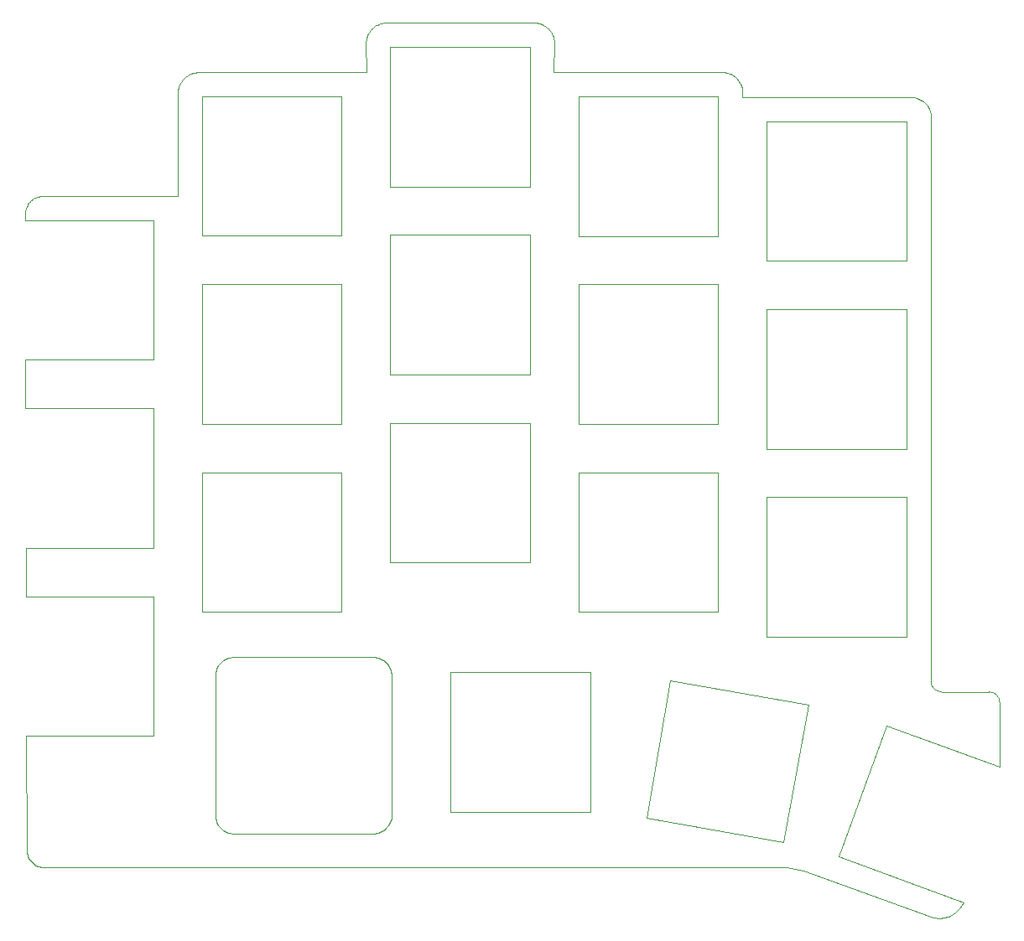
<source format=gbr>
%TF.GenerationSoftware,KiCad,Pcbnew,(5.1.10)-1*%
%TF.CreationDate,2021-12-02T16:21:00-08:00*%
%TF.ProjectId,bgkeeb,62676b65-6562-42e6-9b69-6361645f7063,rev?*%
%TF.SameCoordinates,Original*%
%TF.FileFunction,Profile,NP*%
%FSLAX46Y46*%
G04 Gerber Fmt 4.6, Leading zero omitted, Abs format (unit mm)*
G04 Created by KiCad (PCBNEW (5.1.10)-1) date 2021-12-02 16:21:00*
%MOMM*%
%LPD*%
G01*
G04 APERTURE LIST*
%TA.AperFunction,Profile*%
%ADD10C,0.100000*%
%TD*%
G04 APERTURE END LIST*
D10*
X92097205Y-111051264D02*
X92087461Y-111244555D01*
X92087461Y-111244555D02*
X92058862Y-111432283D01*
X92058862Y-111432283D02*
X92012353Y-111613499D01*
X92012353Y-111613499D02*
X91948880Y-111787255D01*
X91948880Y-111787255D02*
X91869388Y-111952603D01*
X91869388Y-111952603D02*
X91774824Y-112108595D01*
X91774824Y-112108595D02*
X91666134Y-112254281D01*
X91666134Y-112254281D02*
X91544263Y-112388713D01*
X91544263Y-112388713D02*
X91410157Y-112510943D01*
X91410157Y-112510943D02*
X91264762Y-112620023D01*
X91264762Y-112620023D02*
X91109024Y-112715004D01*
X91109024Y-112715004D02*
X90943889Y-112794938D01*
X90943889Y-112794938D02*
X90770303Y-112858876D01*
X90770303Y-112858876D02*
X90589212Y-112905870D01*
X90589212Y-112905870D02*
X90401561Y-112934972D01*
X90401561Y-112934972D02*
X90208297Y-112945233D01*
X90201193Y-95134592D02*
X90394484Y-95144335D01*
X90394484Y-95144335D02*
X90582212Y-95172934D01*
X90582212Y-95172934D02*
X90763428Y-95219443D01*
X90763428Y-95219443D02*
X90937184Y-95282916D01*
X90937184Y-95282916D02*
X91102532Y-95362408D01*
X91102532Y-95362408D02*
X91258524Y-95456972D01*
X91258524Y-95456972D02*
X91404210Y-95565662D01*
X91404210Y-95565662D02*
X91538642Y-95687534D01*
X91538642Y-95687534D02*
X91660872Y-95821639D01*
X91660872Y-95821639D02*
X91769952Y-95967034D01*
X91769952Y-95967034D02*
X91864933Y-96122772D01*
X91864933Y-96122772D02*
X91944867Y-96287907D01*
X91944867Y-96287907D02*
X92008805Y-96461493D01*
X92008805Y-96461493D02*
X92055799Y-96642584D01*
X92055799Y-96642584D02*
X92084901Y-96830235D01*
X92084901Y-96830235D02*
X92095162Y-97023500D01*
X74284381Y-97030744D02*
X74294124Y-96837452D01*
X74294124Y-96837452D02*
X74322723Y-96649724D01*
X74322723Y-96649724D02*
X74369232Y-96468508D01*
X74369232Y-96468508D02*
X74432705Y-96294752D01*
X74432705Y-96294752D02*
X74512197Y-96129404D01*
X74512197Y-96129404D02*
X74606761Y-95973412D01*
X74606761Y-95973412D02*
X74715451Y-95827726D01*
X74715451Y-95827726D02*
X74837323Y-95693294D01*
X74837323Y-95693294D02*
X74971428Y-95571064D01*
X74971428Y-95571064D02*
X75116823Y-95461984D01*
X75116823Y-95461984D02*
X75272561Y-95367003D01*
X75272561Y-95367003D02*
X75437696Y-95287069D01*
X75437696Y-95287069D02*
X75611282Y-95223131D01*
X75611282Y-95223131D02*
X75792373Y-95176137D01*
X75792373Y-95176137D02*
X75980024Y-95147035D01*
X75980024Y-95147035D02*
X76173289Y-95136775D01*
X76180533Y-112947416D02*
X75987241Y-112937672D01*
X75987241Y-112937672D02*
X75799513Y-112909073D01*
X75799513Y-112909073D02*
X75618297Y-112862564D01*
X75618297Y-112862564D02*
X75444541Y-112799091D01*
X75444541Y-112799091D02*
X75279193Y-112719599D01*
X75279193Y-112719599D02*
X75123201Y-112625035D01*
X75123201Y-112625035D02*
X74977515Y-112516345D01*
X74977515Y-112516345D02*
X74843083Y-112394474D01*
X74843083Y-112394474D02*
X74720853Y-112260368D01*
X74720853Y-112260368D02*
X74611773Y-112114973D01*
X74611773Y-112114973D02*
X74516792Y-111959235D01*
X74516792Y-111959235D02*
X74436858Y-111794100D01*
X74436858Y-111794100D02*
X74372920Y-111620514D01*
X74372920Y-111620514D02*
X74325926Y-111439423D01*
X74325926Y-111439423D02*
X74296824Y-111251772D01*
X74296824Y-111251772D02*
X74286564Y-111058508D01*
X74286564Y-111058508D02*
X74284381Y-97030744D01*
X90208297Y-112945233D02*
X76180533Y-112947416D01*
X92095162Y-97023500D02*
X92097205Y-111051264D01*
X76173289Y-95136775D02*
X90201193Y-95134592D01*
X55225393Y-103075384D02*
X55236564Y-114512908D01*
X55149193Y-84076184D02*
X55174593Y-88974144D01*
X55123793Y-65074444D02*
X55123793Y-69974944D01*
X153472593Y-106200004D02*
X153480920Y-99697604D01*
X56876393Y-48524224D02*
X56967833Y-48521684D01*
X55570833Y-49141444D02*
X55634333Y-49072864D01*
X131958793Y-116400904D02*
X57130533Y-116401816D01*
X146548553Y-121346024D02*
X133708852Y-116710524D01*
X133708852Y-116710524D02*
X131958793Y-116400904D01*
X144049193Y-93075404D02*
X129952193Y-93075404D01*
X129952193Y-78974164D02*
X144049193Y-78974164D01*
X134143193Y-99926204D02*
X131679393Y-113794604D01*
X137216593Y-115293204D02*
X142042593Y-102034404D01*
X117810993Y-111356204D02*
X120249393Y-97462404D01*
X131679393Y-113794604D02*
X117810993Y-111356204D01*
X120249393Y-97462404D02*
X134143193Y-99926204D01*
X149865793Y-119890604D02*
X137216593Y-115293204D01*
X142042593Y-102034404D02*
X153472593Y-106200004D01*
X87051593Y-71574304D02*
X72979993Y-71574304D01*
X72960093Y-38483604D02*
X87058793Y-38483604D01*
X72979993Y-90576044D02*
X72979993Y-76474804D01*
X125049993Y-71574304D02*
X110952993Y-71574304D01*
X91953793Y-47576384D02*
X91953793Y-33475144D01*
X106050793Y-47576384D02*
X91953793Y-47576384D01*
X91953793Y-33475144D02*
X106050793Y-33475144D01*
X125049993Y-76474804D02*
X125049993Y-90576044D01*
X125049993Y-38476404D02*
X125049993Y-52575104D01*
X144049193Y-40975764D02*
X144049193Y-55074464D01*
X55123793Y-69974944D02*
X68059593Y-69979604D01*
X129952193Y-40975764D02*
X144049193Y-40975764D01*
X110952993Y-52575104D02*
X110952993Y-38476404D01*
X68059593Y-88978804D02*
X68059593Y-103075804D01*
X110952993Y-38476404D02*
X125049993Y-38476404D01*
X144049193Y-55074464D02*
X129952193Y-55074464D01*
X110952993Y-57475604D02*
X125049993Y-57475604D01*
X98040053Y-96649604D02*
X112146793Y-96662724D01*
X110952993Y-90576044D02*
X110952993Y-76474804D01*
X87051593Y-57475604D02*
X87051593Y-71574304D01*
X72979993Y-71574304D02*
X72979993Y-57475604D01*
X106050793Y-66575584D02*
X91953793Y-66575584D01*
X106050793Y-52474344D02*
X106050793Y-66575584D01*
X110952993Y-71574304D02*
X110952993Y-57475604D01*
X55174593Y-88974144D02*
X68059593Y-88978804D01*
X129952193Y-93075404D02*
X129952193Y-78974164D01*
X87051593Y-90576044D02*
X72979993Y-90576044D01*
X106050793Y-71476084D02*
X106050793Y-85574784D01*
X68059593Y-69979604D02*
X68059593Y-84076604D01*
X106050793Y-85574784D02*
X91953793Y-85574784D01*
X144049193Y-59974964D02*
X144049193Y-74076204D01*
X98040053Y-110746604D02*
X98040053Y-96649604D01*
X72979993Y-57475604D02*
X87051593Y-57475604D01*
X129952193Y-74076204D02*
X129952193Y-59974964D01*
X144049193Y-78974164D02*
X144049193Y-93075404D01*
X129952193Y-55074464D02*
X129952193Y-40975764D01*
X91953793Y-85574784D02*
X91953793Y-71476084D01*
X91953793Y-71476084D02*
X106050793Y-71476084D01*
X110952993Y-76474804D02*
X125049993Y-76474804D01*
X112146793Y-110746604D02*
X98040053Y-110746604D01*
X68059593Y-50980404D02*
X68059593Y-65077404D01*
X112146793Y-96662724D02*
X112146793Y-110746604D01*
X68059593Y-65077404D02*
X55123793Y-65074444D01*
X55072993Y-50975744D02*
X68059593Y-50980404D01*
X87058793Y-38483604D02*
X87058793Y-52555204D01*
X72960093Y-52555204D02*
X72960093Y-38483604D01*
X68059593Y-103075804D02*
X55225393Y-103075384D01*
X91953793Y-66575584D02*
X91953793Y-52474344D01*
X87058793Y-52555204D02*
X72960093Y-52555204D01*
X106050793Y-33475144D02*
X106050793Y-47576384D01*
X129952193Y-59974964D02*
X144049193Y-59974964D01*
X125049993Y-52575104D02*
X110952993Y-52575104D01*
X144049193Y-74076204D02*
X129952193Y-74076204D01*
X91953793Y-52474344D02*
X106050793Y-52474344D01*
X125049993Y-90576044D02*
X110952993Y-90576044D01*
X68059593Y-84076604D02*
X55149193Y-84076184D01*
X72979993Y-76474804D02*
X87051593Y-76474804D01*
X125049993Y-57475604D02*
X125049993Y-71574304D01*
X87051593Y-76474804D02*
X87051593Y-90576044D01*
X152414120Y-98630804D02*
X147605193Y-98630804D01*
X147605193Y-98630804D02*
G75*
G02*
X146538393Y-97564004I0J1066800D01*
G01*
X152414120Y-98630804D02*
G75*
G02*
X153480920Y-99697604I0J-1066800D01*
G01*
X146541677Y-40569540D02*
X146538393Y-97564004D01*
X149865793Y-119890604D02*
X149438604Y-120472650D01*
X127490624Y-38071204D02*
X127481622Y-38537856D01*
X149438604Y-120472650D02*
X149374487Y-120555461D01*
X149374487Y-120555461D02*
X149307493Y-120635046D01*
X149307493Y-120635046D02*
X149237740Y-120711368D01*
X149237740Y-120711368D02*
X149165348Y-120784393D01*
X149165348Y-120784393D02*
X149090433Y-120854084D01*
X149090433Y-120854084D02*
X149013116Y-120920407D01*
X149013116Y-120920407D02*
X148933515Y-120983325D01*
X148933515Y-120983325D02*
X148851749Y-121042803D01*
X148851749Y-121042803D02*
X148767937Y-121098806D01*
X148767937Y-121098806D02*
X148682197Y-121151298D01*
X148682197Y-121151298D02*
X148594648Y-121200244D01*
X148594648Y-121200244D02*
X148505409Y-121245608D01*
X148505409Y-121245608D02*
X148322335Y-121325448D01*
X148322335Y-121325448D02*
X148133925Y-121390534D01*
X148133925Y-121390534D02*
X147941130Y-121440583D01*
X147941130Y-121440583D02*
X147744898Y-121475311D01*
X147744898Y-121475311D02*
X147546181Y-121494434D01*
X147546181Y-121494434D02*
X147446187Y-121498054D01*
X147446187Y-121498054D02*
X147345927Y-121497667D01*
X147345927Y-121497667D02*
X147245521Y-121493236D01*
X147245521Y-121493236D02*
X147145088Y-121484726D01*
X147145088Y-121484726D02*
X147044745Y-121472102D01*
X147044745Y-121472102D02*
X146944612Y-121455328D01*
X146944612Y-121455328D02*
X146844808Y-121434369D01*
X146844808Y-121434369D02*
X146745450Y-121409188D01*
X146745450Y-121409188D02*
X146646659Y-121379752D01*
X146646659Y-121379752D02*
X146548553Y-121346024D01*
X108479887Y-36035956D02*
X125494255Y-36035956D01*
X127481622Y-38537856D02*
X144506393Y-38534404D01*
X144506393Y-38534404D02*
X144611123Y-38537052D01*
X144611123Y-38537052D02*
X144714478Y-38544910D01*
X144714478Y-38544910D02*
X144816331Y-38557852D01*
X144816331Y-38557852D02*
X144916553Y-38575749D01*
X144916553Y-38575749D02*
X145015018Y-38598474D01*
X145015018Y-38598474D02*
X145111595Y-38625897D01*
X145111595Y-38625897D02*
X145298581Y-38694331D01*
X145298581Y-38694331D02*
X145476488Y-38780029D01*
X145476488Y-38780029D02*
X145644293Y-38881967D01*
X145644293Y-38881967D02*
X145800972Y-38999122D01*
X145800972Y-38999122D02*
X145945504Y-39130472D01*
X145945504Y-39130472D02*
X146076864Y-39274994D01*
X146076864Y-39274994D02*
X146194031Y-39431665D01*
X146194031Y-39431665D02*
X146295981Y-39599462D01*
X146295981Y-39599462D02*
X146381692Y-39777363D01*
X146381692Y-39777363D02*
X146450139Y-39964344D01*
X146450139Y-39964344D02*
X146477570Y-40060919D01*
X146477570Y-40060919D02*
X146500301Y-40159382D01*
X146500301Y-40159382D02*
X146518205Y-40259603D01*
X146518205Y-40259603D02*
X146531155Y-40361455D01*
X146531155Y-40361455D02*
X146539021Y-40464810D01*
X146539021Y-40464810D02*
X146541677Y-40569540D01*
X57130533Y-116401816D02*
X56937241Y-116392072D01*
X56937241Y-116392072D02*
X56749513Y-116363473D01*
X56749513Y-116363473D02*
X56568297Y-116316964D01*
X56568297Y-116316964D02*
X56394541Y-116253491D01*
X56394541Y-116253491D02*
X56229193Y-116173999D01*
X56229193Y-116173999D02*
X56073201Y-116079435D01*
X56073201Y-116079435D02*
X55927515Y-115970745D01*
X55927515Y-115970745D02*
X55793083Y-115848874D01*
X55793083Y-115848874D02*
X55670853Y-115714768D01*
X55670853Y-115714768D02*
X55561773Y-115569373D01*
X55561773Y-115569373D02*
X55466792Y-115413635D01*
X55466792Y-115413635D02*
X55386858Y-115248500D01*
X55386858Y-115248500D02*
X55322920Y-115074914D01*
X55322920Y-115074914D02*
X55275926Y-114893823D01*
X55275926Y-114893823D02*
X55246824Y-114706172D01*
X55246824Y-114706172D02*
X55236564Y-114512908D01*
X70489772Y-38181971D02*
X70492002Y-38075690D01*
X70492002Y-38075690D02*
X70499467Y-37970114D01*
X70499467Y-37970114D02*
X70512094Y-37865419D01*
X70512094Y-37865419D02*
X70529811Y-37761783D01*
X70529811Y-37761783D02*
X70552545Y-37659381D01*
X70552545Y-37659381D02*
X70580223Y-37558391D01*
X70580223Y-37558391D02*
X70612774Y-37458990D01*
X70612774Y-37458990D02*
X70650123Y-37361353D01*
X70650123Y-37361353D02*
X70692199Y-37265658D01*
X70692199Y-37265658D02*
X70738929Y-37172082D01*
X70738929Y-37172082D02*
X70790241Y-37080801D01*
X70790241Y-37080801D02*
X70846061Y-36991993D01*
X70846061Y-36991993D02*
X70906317Y-36905832D01*
X70906317Y-36905832D02*
X70970937Y-36822498D01*
X70970937Y-36822498D02*
X71039848Y-36742165D01*
X71039848Y-36742165D02*
X71112978Y-36665012D01*
X71112978Y-36665012D02*
X71189848Y-36591585D01*
X71189848Y-36591585D02*
X71269914Y-36522364D01*
X71269914Y-36522364D02*
X71352999Y-36457423D01*
X71352999Y-36457423D02*
X71438926Y-36396835D01*
X71438926Y-36396835D02*
X71527518Y-36340672D01*
X71527518Y-36340672D02*
X71618601Y-36289009D01*
X71618601Y-36289009D02*
X71711996Y-36241918D01*
X71711996Y-36241918D02*
X71807527Y-36199473D01*
X71807527Y-36199473D02*
X71905019Y-36161747D01*
X71905019Y-36161747D02*
X72004294Y-36128813D01*
X72004294Y-36128813D02*
X72105176Y-36100745D01*
X72105176Y-36100745D02*
X72207489Y-36077616D01*
X72207489Y-36077616D02*
X72311057Y-36059499D01*
X72311057Y-36059499D02*
X72415702Y-36046468D01*
X72415702Y-36046468D02*
X72521248Y-36038596D01*
X72521248Y-36038596D02*
X72627520Y-36035956D01*
X89531489Y-36035956D02*
X89501525Y-33087585D01*
X89501525Y-33087585D02*
X89503022Y-32986252D01*
X89503022Y-32986252D02*
X89509535Y-32885564D01*
X89509535Y-32885564D02*
X89520993Y-32785693D01*
X89520993Y-32785693D02*
X89537328Y-32686808D01*
X89537328Y-32686808D02*
X89570824Y-32540702D01*
X89570824Y-32540702D02*
X89614904Y-32397772D01*
X89614904Y-32397772D02*
X89669337Y-32258591D01*
X89669337Y-32258591D02*
X89733889Y-32123735D01*
X89733889Y-32123735D02*
X89808328Y-31993778D01*
X89808328Y-31993778D02*
X89863332Y-31910145D01*
X89863332Y-31910145D02*
X89922557Y-31829114D01*
X89922557Y-31829114D02*
X89985934Y-31750856D01*
X89985934Y-31750856D02*
X90053396Y-31675540D01*
X90053396Y-31675540D02*
X90088637Y-31639040D01*
X106479523Y-31037238D02*
X106580870Y-31039766D01*
X106580870Y-31039766D02*
X106681521Y-31047304D01*
X106681521Y-31047304D02*
X106781305Y-31059781D01*
X106781305Y-31059781D02*
X106880053Y-31077126D01*
X106880053Y-31077126D02*
X106977596Y-31099269D01*
X106977596Y-31099269D02*
X107121279Y-31141323D01*
X107121279Y-31141323D02*
X107261296Y-31193774D01*
X107261296Y-31193774D02*
X107397075Y-31256383D01*
X107397075Y-31256383D02*
X107528044Y-31328912D01*
X107528044Y-31328912D02*
X107612403Y-31382657D01*
X107612403Y-31382657D02*
X107694200Y-31440634D01*
X107694200Y-31440634D02*
X107773265Y-31502772D01*
X107773265Y-31502772D02*
X107849431Y-31569000D01*
X107849431Y-31569000D02*
X107922527Y-31639249D01*
X90088637Y-31639040D02*
X90161707Y-31568816D01*
X90161707Y-31568816D02*
X90237846Y-31502610D01*
X90237846Y-31502610D02*
X90316884Y-31440494D01*
X90316884Y-31440494D02*
X90398652Y-31382537D01*
X90398652Y-31382537D02*
X90526053Y-31303556D01*
X90526053Y-31303556D02*
X90658643Y-31234331D01*
X90658643Y-31234331D02*
X90795851Y-31175102D01*
X90795851Y-31175102D02*
X90937105Y-31126107D01*
X90937105Y-31126107D02*
X91081832Y-31087585D01*
X91081832Y-31087585D02*
X91179965Y-31067839D01*
X91179965Y-31067839D02*
X91279218Y-31052924D01*
X91279218Y-31052924D02*
X91379421Y-31042911D01*
X91379421Y-31042911D02*
X91480407Y-31037871D01*
X91480407Y-31037871D02*
X91531140Y-31037238D01*
X72627520Y-36035956D02*
X89531489Y-36035956D01*
X91531140Y-31037238D02*
X106479523Y-31037238D01*
X108509844Y-33088296D02*
X108479887Y-36035956D01*
X126919713Y-36634469D02*
X126988119Y-36707800D01*
X126988119Y-36707800D02*
X127083121Y-36823355D01*
X127083121Y-36823355D02*
X127168789Y-36945065D01*
X127168789Y-36945065D02*
X127244893Y-37072355D01*
X127244893Y-37072355D02*
X127311206Y-37204649D01*
X127311206Y-37204649D02*
X127367497Y-37341369D01*
X127367497Y-37341369D02*
X127413539Y-37481940D01*
X127413539Y-37481940D02*
X127449101Y-37625786D01*
X127449101Y-37625786D02*
X127473955Y-37772329D01*
X127473955Y-37772329D02*
X127487872Y-37920994D01*
X127487872Y-37920994D02*
X127490961Y-38020997D01*
X127490961Y-38020997D02*
X127490624Y-38071204D01*
X125494255Y-36035956D02*
X125594508Y-36038471D01*
X125594508Y-36038471D02*
X125743527Y-36051568D01*
X125743527Y-36051568D02*
X125890404Y-36075639D01*
X125890404Y-36075639D02*
X126034569Y-36110444D01*
X126034569Y-36110444D02*
X126175448Y-36155743D01*
X126175448Y-36155743D02*
X126312470Y-36211296D01*
X126312470Y-36211296D02*
X126445063Y-36276863D01*
X126445063Y-36276863D02*
X126572656Y-36352204D01*
X126572656Y-36352204D02*
X126694676Y-36437079D01*
X126694676Y-36437079D02*
X126810552Y-36531247D01*
X126810552Y-36531247D02*
X126884107Y-36599070D01*
X126884107Y-36599070D02*
X126919713Y-36634469D01*
X70529749Y-48537838D02*
X70489772Y-38181971D01*
X107922527Y-31639249D02*
X107992028Y-31713054D01*
X107992028Y-31713054D02*
X108057479Y-31789889D01*
X108057479Y-31789889D02*
X108118810Y-31869582D01*
X108118810Y-31869582D02*
X108175953Y-31951964D01*
X108175953Y-31951964D02*
X108228838Y-32036864D01*
X108228838Y-32036864D02*
X108300032Y-32168563D01*
X108300032Y-32168563D02*
X108361258Y-32304972D01*
X108361258Y-32304972D02*
X108412284Y-32445515D01*
X108412284Y-32445515D02*
X108452876Y-32589618D01*
X108452876Y-32589618D02*
X108474027Y-32687380D01*
X108474027Y-32687380D02*
X108490368Y-32786300D01*
X108490368Y-32786300D02*
X108501830Y-32886205D01*
X108501830Y-32886205D02*
X108508345Y-32986927D01*
X108508345Y-32986927D02*
X108509844Y-33088296D01*
X56956848Y-48522176D02*
X70529749Y-48537838D01*
X55623108Y-49074324D02*
X55725776Y-48978883D01*
X55725776Y-48978883D02*
X55834587Y-48891851D01*
X55834587Y-48891851D02*
X55949017Y-48813446D01*
X55949017Y-48813446D02*
X56068541Y-48743885D01*
X56068541Y-48743885D02*
X56192636Y-48683385D01*
X56192636Y-48683385D02*
X56320776Y-48632162D01*
X56320776Y-48632162D02*
X56452437Y-48590434D01*
X56452437Y-48590434D02*
X56587096Y-48558419D01*
X56587096Y-48558419D02*
X56724226Y-48536332D01*
X56724226Y-48536332D02*
X56863305Y-48524392D01*
X56863305Y-48524392D02*
X56956848Y-48522176D01*
X55072993Y-50975744D02*
X55072993Y-50408904D01*
X55072993Y-50408904D02*
X55077835Y-50268810D01*
X55077835Y-50268810D02*
X55092970Y-50130299D01*
X55092970Y-50130299D02*
X55118183Y-49993895D01*
X55118183Y-49993895D02*
X55153256Y-49860124D01*
X55153256Y-49860124D02*
X55197974Y-49729510D01*
X55197974Y-49729510D02*
X55252120Y-49602577D01*
X55252120Y-49602577D02*
X55315478Y-49479851D01*
X55315478Y-49479851D02*
X55387831Y-49361856D01*
X55387831Y-49361856D02*
X55468964Y-49249117D01*
X55468964Y-49249117D02*
X55558660Y-49142159D01*
X55558660Y-49142159D02*
X55623108Y-49074324D01*
M02*

</source>
